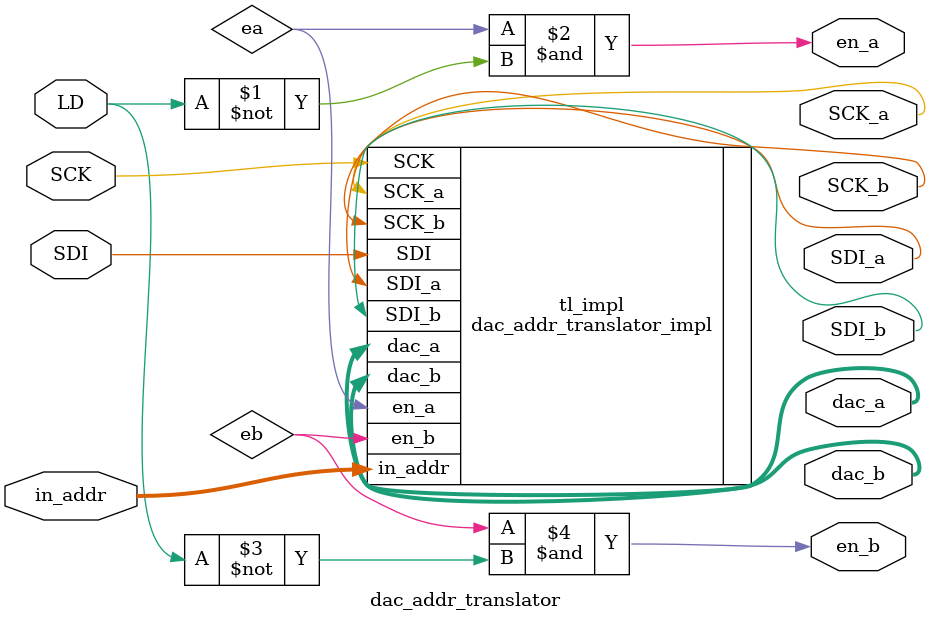
<source format=v>
`timescale 1ns / 1ps


module dac_addr_translator(
    input [3:0] in_addr,
    input SDI,
    input SCK,
    input LD,
    output [3:0] dac_a,
    output [1:0] dac_b,
    output en_a,
    output en_b,
    output SCK_a,
    output SDI_a,
    output SCK_b,
    output SDI_b
);
wire ea;
wire eb;
assign en_a = ea & ~LD;
assign en_b = eb & ~LD;
dac_addr_translator_impl tl_impl(
    .SCK(SCK),
    .SDI(SDI),
    .in_addr(in_addr),
    .dac_a(dac_a),
    .dac_b(dac_b),
    .en_a(ea),
    .en_b(eb),
    .SCK_a(SCK_a),
    .SDI_a(SDI_a),
    .SCK_b(SCK_b),
    .SDI_b(SDI_b)
);
endmodule

</source>
